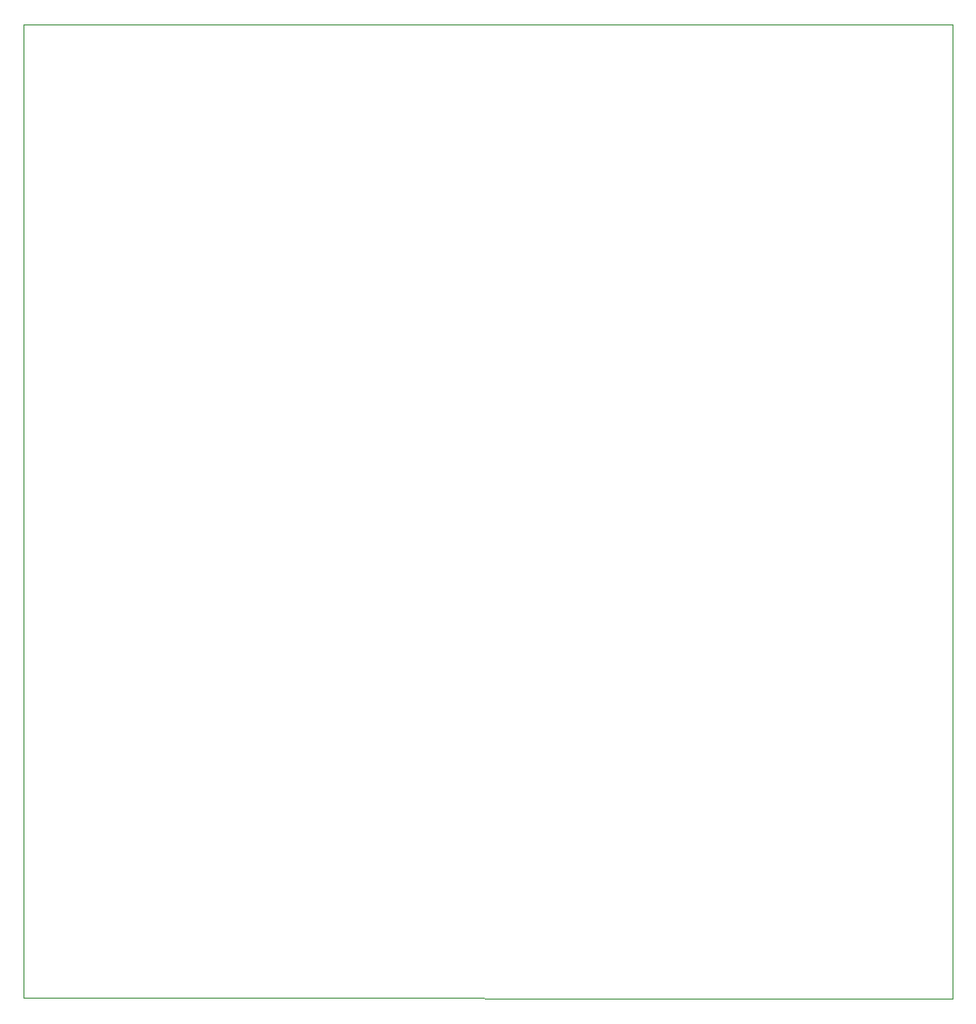
<source format=gbr>
%TF.GenerationSoftware,KiCad,Pcbnew,6.0.4-6f826c9f35~116~ubuntu22.04.1*%
%TF.CreationDate,2022-04-22T21:12:33+02:00*%
%TF.ProjectId,BRAMA,4252414d-412e-46b6-9963-61645f706362,rev?*%
%TF.SameCoordinates,Original*%
%TF.FileFunction,Profile,NP*%
%FSLAX46Y46*%
G04 Gerber Fmt 4.6, Leading zero omitted, Abs format (unit mm)*
G04 Created by KiCad (PCBNEW 6.0.4-6f826c9f35~116~ubuntu22.04.1) date 2022-04-22 21:12:33*
%MOMM*%
%LPD*%
G01*
G04 APERTURE LIST*
%TA.AperFunction,Profile*%
%ADD10C,0.100000*%
%TD*%
G04 APERTURE END LIST*
D10*
X145161000Y-46609000D02*
X145161000Y-46482000D01*
X145161000Y-46482000D02*
X228854000Y-46482000D01*
X228854000Y-134239000D02*
X145161000Y-134112000D01*
X228854000Y-46482000D02*
X228854000Y-134239000D01*
X145161000Y-134112000D02*
X145161000Y-46609000D01*
M02*

</source>
